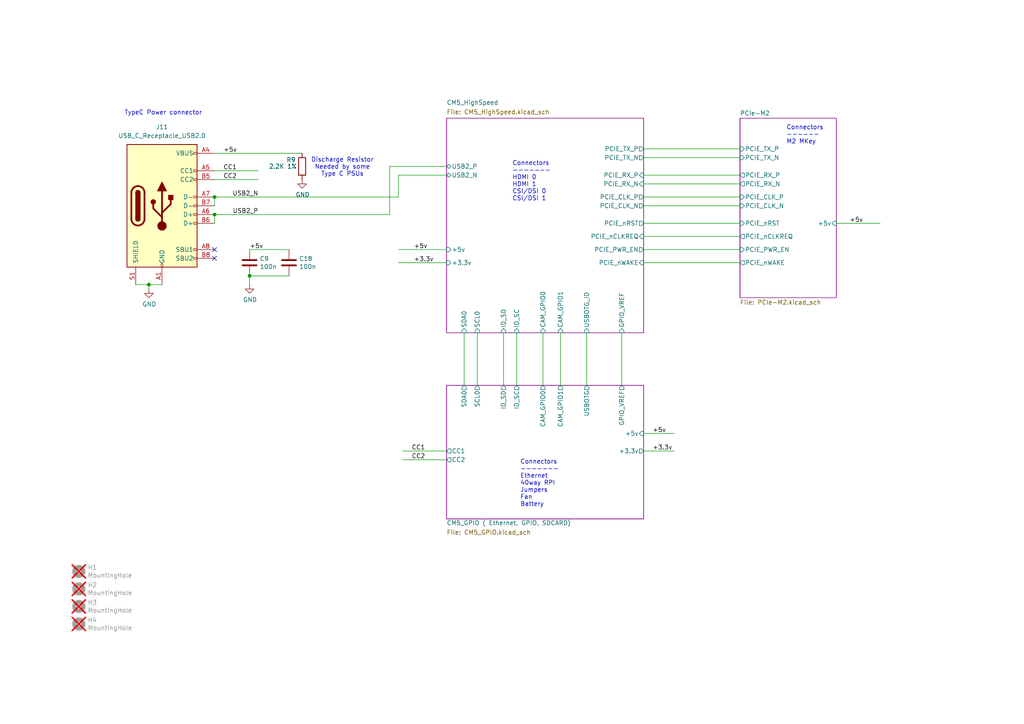
<source format=kicad_sch>
(kicad_sch (version 20250114) (generator "eeschema") (generator_version "9.0")
  (paper "A4")
  (title_block (title "Compute Module 5 IO Board - Top Level") (rev "1") (company "Copyright © 2024 Raspberry Pi Ltd.") (comment 1 "www.raspberrypi.com"))
  (lib_symbols
    (symbol "Connector:USB_C_Receptacle_USB2.0_16P" (pin_names (offset 1.016))
      (property "Reference" "J" (at 0 22.225 0))
      (property "Value" "USB_C_Receptacle_USB2.0_16P" (at 0 19.685 0))
      (symbol "USB_C_Receptacle_USB2.0_16P_0_0"
        (rectangle (start -0.254 -17.78) (end 0.254 -16.764))
        (rectangle (start 10.16 15.494) (end 9.144 14.986))
        (rectangle (start 10.16 10.414) (end 9.144 9.906))
        (rectangle (start 10.16 7.874) (end 9.144 7.366))
        (rectangle (start 10.16 2.794) (end 9.144 2.286))
        (rectangle (start 10.16 0.254) (end 9.144 -0.254))
        (rectangle (start 10.16 -2.286) (end 9.144 -2.794))
        (rectangle (start 10.16 -4.826) (end 9.144 -5.334))
        (rectangle (start 10.16 -12.446) (end 9.144 -12.954))
        (rectangle (start 10.16 -14.986) (end 9.144 -15.494))
      )
      (symbol "USB_C_Receptacle_USB2.0_16P_0_1"
        (rectangle (start -10.16 17.78) (end 10.16 -17.78) (stroke (width 0.254)) (fill (type background)))
        (polyline (pts (xy -8.89 -3.81) (xy -8.89 3.81)) (stroke (width 0.508)))
        (rectangle (start -7.62 -3.81) (end -6.35 3.81) (stroke (width 0.254)) (fill (type outline)))
        (arc (start -7.62 3.81) (mid -6.985 4.4423) (end -6.35 3.81) (stroke (width 0.254)))
        (arc (start -7.62 3.81) (mid -6.985 4.4423) (end -6.35 3.81) (stroke (width 0.254)) (fill (type outline)))
        (arc (start -8.89 3.81) (mid -6.985 5.7067) (end -5.08 3.81) (stroke (width 0.508)))
        (arc (start -5.08 -3.81) (mid -6.985 -5.7067) (end -8.89 -3.81) (stroke (width 0.508)))
        (arc (start -6.35 -3.81) (mid -6.985 -4.4423) (end -7.62 -3.81) (stroke (width 0.254)))
        (arc (start -6.35 -3.81) (mid -6.985 -4.4423) (end -7.62 -3.81) (stroke (width 0.254)) (fill (type outline)))
        (polyline (pts (xy -5.08 3.81) (xy -5.08 -3.81)) (stroke (width 0.508)))
        (circle (center -2.54 1.143) (radius 0.635) (stroke (width 0.254)) (fill (type outline)))
        (polyline (pts (xy -1.27 4.318) (xy 0 6.858) (xy 1.27 4.318) (xy -1.27 4.318)) (stroke (width 0.254)) (fill (type outline)))
        (polyline (pts (xy 0 -2.032) (xy 2.54 0.508) (xy 2.54 1.778)) (stroke (width 0.508)))
        (polyline (pts (xy 0 -3.302) (xy -2.54 -0.762) (xy -2.54 0.508)) (stroke (width 0.508)))
        (polyline (pts (xy 0 -5.842) (xy 0 4.318)) (stroke (width 0.508)))
        (circle (center 0 -5.842) (radius 1.27) (fill (type outline)))
        (rectangle (start 1.905 1.778) (end 3.175 3.048) (stroke (width 0.254)) (fill (type outline)))
      )
      (symbol "USB_C_Receptacle_USB2.0_16P_1_1"
        (pin passive line (at -7.62 -22.86 90) (length 5.08) (name "SHIELD") (number "S1"))
        (pin passive line (at 0 -22.86 90) (length 5.08) (name "GND") (number "A1"))
        (pin passive line (at 0 -22.86 90) (length 5.08) (hide yes) (name "GND") (number "A12"))
        (pin passive line (at 0 -22.86 90) (length 5.08) (hide yes) (name "GND") (number "B1"))
        (pin passive line (at 0 -22.86 90) (length 5.08) (hide yes) (name "GND") (number "B12"))
        (pin passive line (at 15.24 15.24 180) (length 5.08) (name "VBUS") (number "A4"))
        (pin passive line (at 15.24 15.24 180) (length 5.08) (hide yes) (name "VBUS") (number "A9"))
        (pin passive line (at 15.24 15.24 180) (length 5.08) (hide yes) (name "VBUS") (number "B4"))
        (pin passive line (at 15.24 15.24 180) (length 5.08) (hide yes) (name "VBUS") (number "B9"))
        (pin bidirectional line (at 15.24 10.16 180) (length 5.08) (name "CC1") (number "A5"))
        (pin bidirectional line (at 15.24 7.62 180) (length 5.08) (name "CC2") (number "B5"))
        (pin bidirectional line (at 15.24 2.54 180) (length 5.08) (name "D-") (number "A7"))
        (pin bidirectional line (at 15.24 0 180) (length 5.08) (name "D-") (number "B7"))
        (pin bidirectional line (at 15.24 -2.54 180) (length 5.08) (name "D+") (number "A6"))
        (pin bidirectional line (at 15.24 -5.08 180) (length 5.08) (name "D+") (number "B6"))
        (pin bidirectional line (at 15.24 -12.7 180) (length 5.08) (name "SBU1") (number "A8"))
        (pin bidirectional line (at 15.24 -15.24 180) (length 5.08) (name "SBU2") (number "B8"))
      )
    )
    (symbol "Device:C" (pin_numbers (hide yes)) (pin_names (offset 0.254))
      (property "Reference" "C" (at 0.635 2.54 0))
      (property "Value" "C" (at 0.635 -2.54 0))
      (symbol "C_0_1"
        (polyline (pts (xy -2.032 0.762) (xy 2.032 0.762)) (stroke (width 0.508)))
        (polyline (pts (xy -2.032 -0.762) (xy 2.032 -0.762)) (stroke (width 0.508)))
      )
      (symbol "C_1_1"
        (pin passive line (at 0 3.81 270) (length 2.794) (name "~") (number "1"))
        (pin passive line (at 0 -3.81 90) (length 2.794) (name "~") (number "2"))
      )
    )
    (symbol "Device:R" (pin_numbers (hide yes)) (pin_names (offset 0))
      (property "Reference" "R" (at 2.032 0 90))
      (property "Value" "R" (at 0 0 90))
      (symbol "R_0_1"
        (rectangle (start -1.016 -2.54) (end 1.016 2.54) (stroke (width 0.254)))
      )
      (symbol "R_1_1"
        (pin passive line (at 0 3.81 270) (length 1.27) (name "~") (number "1"))
        (pin passive line (at 0 -3.81 90) (length 1.27) (name "~") (number "2"))
      )
    )
    (symbol "Mechanical:MountingHole" (pin_names (offset 1.016))
      (property "Reference" "H" (at 0 5.08 0))
      (property "Value" "MountingHole" (at 0 3.175 0))
      (symbol "MountingHole_0_1"
        (circle (center 0 0) (radius 1.27) (stroke (width 1.27)))
      )
    )
    (symbol "power:GND" (power) (pin_numbers (hide yes)) (pin_names (offset 0) (hide yes))
      (property "Value" "GND" (at 0 -3.81 0))
      (symbol "GND_0_1"
        (polyline (pts (xy 0 0) (xy 0 -1.27) (xy 1.27 -1.27) (xy 0 -2.54) (xy -1.27 -1.27) (xy 0 -1.27)))
      )
      (symbol "GND_1_1"
        (pin power_in line (at 0 0 270) (length 0) (name "~") (number "1"))
      )
    )
  )
  (text "Connectors\n-------\nEthernet\n40way RPI\nJumpers\nFan\nBattery" (at 150.876 147.066 0) (effects (font (size 1.27 1.27)) (justify left bottom)))
  (text "Connectors\n------\nM2 MKey" (at 228.092 41.91 0) (effects (font (size 1.27 1.27)) (justify left bottom)))
  (text "Discharge Resistor\nNeeded by some\nType C PSUs" (at 99.314 48.514 0) (effects (font (size 1.27 1.27))))
  (text "TypeC Power connector" (at 36.068 33.528 0) (effects (font (size 1.27 1.27)) (justify left bottom)))
  (text "Connectors\n-------\nHDMI 0\nHDMI 1\nCSI/DSI 0\nCSI/DSI 1" (at 148.59 58.42 0) (effects (font (size 1.27 1.27)) (justify left bottom)))
  (junction (at 43.18 82.55))
  (junction (at 72.39 80.01))
  (junction (at 62.23 62.23))
  (junction (at 62.23 57.15))
  (no_connect (at 62.23 74.93))
  (no_connect (at 62.23 72.39))
  (wire (pts (xy 115.57 76.2) (xy 129.54 76.2)))
  (wire (pts (xy 186.69 130.81) (xy 195.58 130.81)))
  (wire (pts (xy 180.34 96.52) (xy 180.34 111.76)))
  (wire (pts (xy 113.03 48.26) (xy 129.54 48.26)))
  (wire (pts (xy 186.69 53.34) (xy 214.63 53.34)))
  (wire (pts (xy 62.23 52.07) (xy 74.93 52.07)))
  (wire (pts (xy 186.69 68.58) (xy 214.63 68.58)))
  (wire (pts (xy 115.57 57.15) (xy 115.57 50.8)))
  (wire (pts (xy 43.18 83.82) (xy 43.18 82.55)))
  (wire (pts (xy 134.62 96.52) (xy 134.62 111.76)))
  (wire (pts (xy 186.69 43.18) (xy 214.63 43.18)))
  (wire (pts (xy 72.39 80.01) (xy 83.82 80.01)))
  (wire (pts (xy 62.23 62.23) (xy 113.03 62.23)))
  (wire (pts (xy 149.86 96.52) (xy 149.86 111.76)))
  (wire (pts (xy 138.43 96.52) (xy 138.43 111.76)))
  (wire (pts (xy 116.84 133.35) (xy 129.54 133.35)))
  (wire (pts (xy 186.69 57.15) (xy 214.63 57.15)))
  (wire (pts (xy 157.48 96.52) (xy 157.48 111.76)))
  (wire (pts (xy 113.03 48.26) (xy 113.03 62.23)))
  (wire (pts (xy 162.56 96.52) (xy 162.56 111.76)))
  (wire (pts (xy 186.69 50.8) (xy 214.63 50.8)))
  (wire (pts (xy 72.39 80.01) (xy 72.39 82.55)))
  (wire (pts (xy 170.18 96.52) (xy 170.18 111.76)))
  (wire (pts (xy 186.69 64.77) (xy 214.63 64.77)))
  (wire (pts (xy 62.23 44.45) (xy 87.63 44.45)))
  (wire (pts (xy 62.23 62.23) (xy 62.23 64.77)))
  (wire (pts (xy 72.39 72.39) (xy 83.82 72.39)))
  (wire (pts (xy 242.57 64.77) (xy 255.27 64.77)))
  (wire (pts (xy 186.69 72.39) (xy 214.63 72.39)))
  (wire (pts (xy 43.18 82.55) (xy 46.99 82.55)))
  (wire (pts (xy 186.69 59.69) (xy 214.63 59.69)))
  (wire (pts (xy 39.37 82.55) (xy 43.18 82.55)))
  (wire (pts (xy 62.23 49.53) (xy 74.93 49.53)))
  (wire (pts (xy 146.05 96.52) (xy 146.05 111.76)))
  (wire (pts (xy 186.69 125.73) (xy 195.58 125.73)))
  (wire (pts (xy 62.23 57.15) (xy 62.23 59.69)))
  (wire (pts (xy 116.84 130.81) (xy 129.54 130.81)))
  (wire (pts (xy 115.57 72.39) (xy 129.54 72.39)))
  (wire (pts (xy 115.57 50.8) (xy 129.54 50.8)))
  (wire (pts (xy 186.69 45.72) (xy 214.63 45.72)))
  (wire (pts (xy 62.23 57.15) (xy 115.57 57.15)))
  (wire (pts (xy 186.69 76.2) (xy 214.63 76.2)))
  (label "+5v" (at 72.39 72.39 0))
  (label "CC1" (at 119.38 130.81 0))
  (label "CC2" (at 119.38 133.35 0))
  (label "+5v" (at 246.38 64.77 0))
  (label "+5v" (at 189.23 125.73 0))
  (label "+5v" (at 120.015 72.39 0))
  (label "USB2_P" (at 74.93 62.23 180))
  (label "CC1" (at 64.77 49.53 0))
  (label "USB2_N" (at 74.93 57.15 180))
  (label "+3.3v" (at 189.23 130.81 0))
  (label "+3.3v" (at 120.015 76.2 0))
  (label "CC2" (at 64.77 52.07 0))
  (label "+5v" (at 64.77 44.45 0))
  (symbol (lib_id "Mechanical:MountingHole") (at 22.86 180.975 0) (unit 1) (exclude_from_sim yes) (in_bom no) (dnp yes)
    (property "Reference" "H4" (at 25.4 179.832 0) (effects (justify left)))
    (property "Value" "MountingHole" (at 25.4 182.118 0) (effects (justify left)))
    (property "Footprint" "CM5IO:MountingHole_2.7mm_M2.5_DIN965" (effects (hide yes)))
    (property "Field4" "nf" (effects (hide yes)))
    (property "Field5" "nf" (effects (hide yes)))
    (property "Field6" "nf" (effects (hide yes)))
    (property "Field7" "nf" (effects (hide yes)))
    (property "Part Description" "M2.5 mounting hole" (effects (hide yes)))
  )
  (symbol (lib_id "Mechanical:MountingHole") (at 22.86 175.895 0) (unit 1) (exclude_from_sim yes) (in_bom no) (dnp yes)
    (property "Reference" "H3" (at 25.4 174.752 0) (effects (justify left)))
    (property "Value" "MountingHole" (at 25.4 177.038 0) (effects (justify left)))
    (property "Footprint" "CM5IO:MountingHole_2.7mm_M2.5_DIN965" (effects (hide yes)))
    (property "Field4" "nf" (effects (hide yes)))
    (property "Field5" "nf" (effects (hide yes)))
    (property "Field6" "nf" (effects (hide yes)))
    (property "Field7" "nf" (effects (hide yes)))
    (property "Part Description" "M2.5 mounting hole" (effects (hide yes)))
  )
  (symbol (lib_id "Mechanical:MountingHole") (at 22.86 170.815 0) (unit 1) (exclude_from_sim yes) (in_bom no) (dnp yes)
    (property "Reference" "H2" (at 25.4 169.672 0) (effects (justify left)))
    (property "Value" "MountingHole" (at 25.4 171.958 0) (effects (justify left)))
    (property "Footprint" "CM5IO:MountingHole_2.7mm_M2.5_DIN965" (effects (hide yes)))
    (property "Field4" "nf" (effects (hide yes)))
    (property "Field5" "nf" (effects (hide yes)))
    (property "Field6" "nf" (effects (hide yes)))
    (property "Field7" "nf" (effects (hide yes)))
    (property "Part Description" "M2.5 mounting hole" (effects (hide yes)))
  )
  (symbol (lib_id "Mechanical:MountingHole") (at 22.86 165.735 0) (unit 1) (exclude_from_sim yes) (in_bom no) (dnp yes)
    (property "Reference" "H1" (at 25.4 164.592 0) (effects (justify left)))
    (property "Value" "MountingHole" (at 25.4 166.878 0) (effects (justify left)))
    (property "Footprint" "CM5IO:MountingHole_2.7mm_M2.5_DIN965" (effects (hide yes)))
    (property "Field4" "nf" (effects (hide yes)))
    (property "Field5" "nf" (effects (hide yes)))
    (property "Field6" "nf" (effects (hide yes)))
    (property "Field7" "nf" (effects (hide yes)))
    (property "Part Description" "M2.5 mounting hole" (effects (hide yes)))
  )
  (symbol (lib_id "power:GND") (at 87.63 52.07 0) (unit 1)
    (property "Reference" "#PWR031" (effects (hide yes)))
    (property "Value" "GND" (at 87.757 56.4642 0))
    (property "Description" "Power symbol creates a global label with name \"GND\" , ground" (effects (hide yes)))
  )
  (symbol (lib_id "Device:C") (at 83.82 76.2 0) (unit 1)
    (property "Reference" "C18" (at 86.741 75.0316 0) (effects (justify left)))
    (property "Value" "100n" (at 86.741 77.343 0) (effects (justify left)))
    (property "Footprint" "Capacitor_SMD:C_0402_1005Metric" (effects (hide yes)))
    (property "Datasheet" "https://search.murata.co.jp/Ceramy/image/img/A01X/G101/ENG/GRM155R71C104KA88-01.pdf" (effects (hide yes)))
    (property "Field4" "Farnell" (effects (hide yes)))
    (property "Field5" "2611911" (effects (hide yes)))
    (property "Field6" "RM EMK105 B7104KV-F" (effects (hide yes)))
    (property "Field7" "TAIYO YUDEN EUROPE GMBH" (effects (hide yes)))
    (property "Field8" "110091611" (effects (hide yes)))
    (property "Part Description" "	0.1uF 10% 16V Ceramic Capacitor X7R 0402 (1005 Metric)" (effects (hide yes)))
  )
  (symbol (lib_id "Connector:USB_C_Receptacle_USB2.0_16P") (at 46.99 59.69 0) (unit 1)
    (property "Reference" "J11" (at 46.99 36.83 0))
    (property "Value" "USB_C_Receptacle_USB2.0" (at 46.99 39.37 0))
    (property "Footprint" "Connector_USB:USB_C_Receptacle_GCT_USB4105-xx-A_16P_TopMnt_Horizontal" (effects (hide yes)))
    (property "Datasheet" "https://www.usb.org/sites/default/files/documents/usb_type-c.zip" (effects (hide yes)))
    (property "Field5" "USBF31-0171" (effects (hide yes)))
    (property "Field6" "USBF31-0171" (effects (hide yes)))
    (property "Field7" "MTCONN" (effects (hide yes)))
    (property "Part Description" "USBC USB2 data and power connector" (effects (hide yes)))
  )
  (symbol (lib_id "Device:R") (at 87.63 48.26 0) (unit 1)
    (property "Reference" "R9" (at 83.058 46.355 0) (effects (justify left)))
    (property "Value" "2.2K 1%" (at 77.978 48.26 0) (effects (justify left)))
    (property "Footprint" "Resistor_SMD:R_0402_1005Metric" (effects (hide yes)))
    (property "Datasheet" "https://fscdn.rohm.com/en/products/databook/datasheet/passive/resistor/chip_resistor/mcr-e.pdf" (effects (hide yes)))
    (property "Field4" "Farnell" (effects (hide yes)))
    (property "Part Description" "Resistor 2.2K M1005 1% 63mW" (effects (hide yes)))
  )
  (symbol (lib_id "Device:C") (at 72.39 76.2 0) (unit 1)
    (property "Reference" "C9" (at 75.311 75.0316 0) (effects (justify left)))
    (property "Value" "100n" (at 75.311 77.343 0) (effects (justify left)))
    (property "Footprint" "Capacitor_SMD:C_0402_1005Metric" (effects (hide yes)))
    (property "Datasheet" "https://search.murata.co.jp/Ceramy/image/img/A01X/G101/ENG/GRM155R71C104KA88-01.pdf" (effects (hide yes)))
    (property "Field4" "Farnell" (effects (hide yes)))
    (property "Field5" "2611911" (effects (hide yes)))
    (property "Field6" "RM EMK105 B7104KV-F" (effects (hide yes)))
    (property "Field7" "TAIYO YUDEN EUROPE GMBH" (effects (hide yes)))
    (property "Field8" "110091611" (effects (hide yes)))
    (property "Part Description" "	0.1uF 10% 16V Ceramic Capacitor X7R 0402 (1005 Metric)" (effects (hide yes)))
  )
  (symbol (lib_id "power:GND") (at 43.18 83.82 0) (unit 1)
    (property "Reference" "#PWR02" (effects (hide yes)))
    (property "Value" "GND" (at 43.307 88.2142 0))
    (property "Description" "Power symbol creates a global label with name \"GND\" , ground" (effects (hide yes)))
  )
  (symbol (lib_id "power:GND") (at 72.39 82.55 0) (unit 1)
    (property "Reference" "#PWR013" (effects (hide yes)))
    (property "Value" "GND" (at 72.517 86.9442 0))
    (property "Description" "Power symbol creates a global label with name \"GND\" , ground" (effects (hide yes)))
  )
  (sheet (at 129.54 111.76) (size 57.15 38.735) (stroke (width 0.1524) (color 132 0 132 1)) (fill (color 255 255 255 0.0000))
    (property "Sheetname" "CM5_GPIO ( Ethernet, GPIO, SDCARD)" (at 129.54 152.4 0) (effects (justify left bottom)))
    (property "Sheetfile" "CM5_GPIO.kicad_sch" (at 129.54 153.67 0) (effects (justify left top)))
    (pin "ID_SC" output (at 149.86 111.76 90))
    (pin "ID_SD" output (at 146.05 111.76 90))
    (pin "SCL0" output (at 138.43 111.76 90))
    (pin "SDA0" output (at 134.62 111.76 90))
    (pin "+5v" input (at 186.69 125.73 0))
    (pin "+3.3v" output (at 186.69 130.81 0))
    (pin "GPIO_VREF" output (at 180.34 111.76 90))
    (pin "CAM_GPIO0" output (at 157.48 111.76 90))
    (pin "CAM_GPIO1" output (at 162.56 111.76 90))
    (pin "CC1" output (at 129.54 130.81 180))
    (pin "USBOTG" output (at 170.18 111.76 90))
    (pin "CC2" output (at 129.54 133.35 180))
  )
  (sheet (at 129.54 34.29) (size 57.15 62.23) (stroke (width 0.1524) (color 132 0 132 1)) (fill (color 255 255 255 0.0000))
    (property "Sheetname" "CM5_HighSpeed" (at 129.54 30.48 0) (effects (justify left bottom)))
    (property "Sheetfile" "CM5_HighSpeed.kicad_sch" (at 129.54 31.75 0) (effects (justify left top)))
    (pin "USB2_N" bidirectional (at 129.54 50.8 180))
    (pin "USB2_P" bidirectional (at 129.54 48.26 180))
    (pin "ID_SC" input (at 149.86 96.52 270))
    (pin "ID_SD" input (at 146.05 96.52 270))
    (pin "SCL0" input (at 138.43 96.52 270))
    (pin "SDA0" input (at 134.62 96.52 270))
    (pin "+5v" input (at 129.54 72.39 180))
    (pin "PCIE_CLK_P" output (at 186.69 57.15 0))
    (pin "PCIE_CLK_N" output (at 186.69 59.69 0))
    (pin "PCIE_TX_P" output (at 186.69 43.18 0))
    (pin "PCIE_TX_N" output (at 186.69 45.72 0))
    (pin "PCIE_nRST" output (at 186.69 64.77 0))
    (pin "PCIE_RX_P" input (at 186.69 50.8 0))
    (pin "PCIE_RX_N" input (at 186.69 53.34 0))
    (pin "PCIE_nCLKREQ" input (at 186.69 68.58 0))
    (pin "+3.3v" input (at 129.54 76.2 180))
    (pin "USBOTG_ID" input (at 170.18 96.52 270))
    (pin "GPIO_VREF" input (at 180.34 96.52 270))
    (pin "PCIE_PWR_EN" output (at 186.69 72.39 0))
    (pin "PCIE_nWAKE" input (at 186.69 76.2 0))
    (pin "CAM_GPIO0" input (at 157.48 96.52 270))
    (pin "CAM_GPIO1" input (at 162.56 96.52 270))
  )
  (sheet (at 214.63 34.29) (size 27.94 52.07) (stroke (width 0.152) (color 132 0 132 1)) (fill (color 255 255 255 0.0000))
    (property "Sheetname" "PCIe-M2" (at 214.63 33.5786 0) (effects (justify left bottom)))
    (property "Sheetfile" "PCIe-M2.kicad_sch" (at 214.63 86.9444 0) (effects (justify left top)))
    (pin "PCIE_CLK_P" input (at 214.63 57.15 180))
    (pin "PCIE_CLK_N" input (at 214.63 59.69 180))
    (pin "PCIE_TX_P" input (at 214.63 43.18 180))
    (pin "PCIE_TX_N" input (at 214.63 45.72 180))
    (pin "PCIE_nCLKREQ" output (at 214.63 68.58 180))
    (pin "PCIE_nRST" input (at 214.63 64.77 180))
    (pin "PCIE_RX_P" output (at 214.63 50.8 180))
    (pin "PCIE_RX_N" output (at 214.63 53.34 180))
    (pin "+5v" input (at 242.57 64.77 0))
    (pin "PCIE_PWR_EN" input (at 214.63 72.39 180))
    (pin "PCIE_nWAKE" output (at 214.63 76.2 180))
  )
)
</source>
